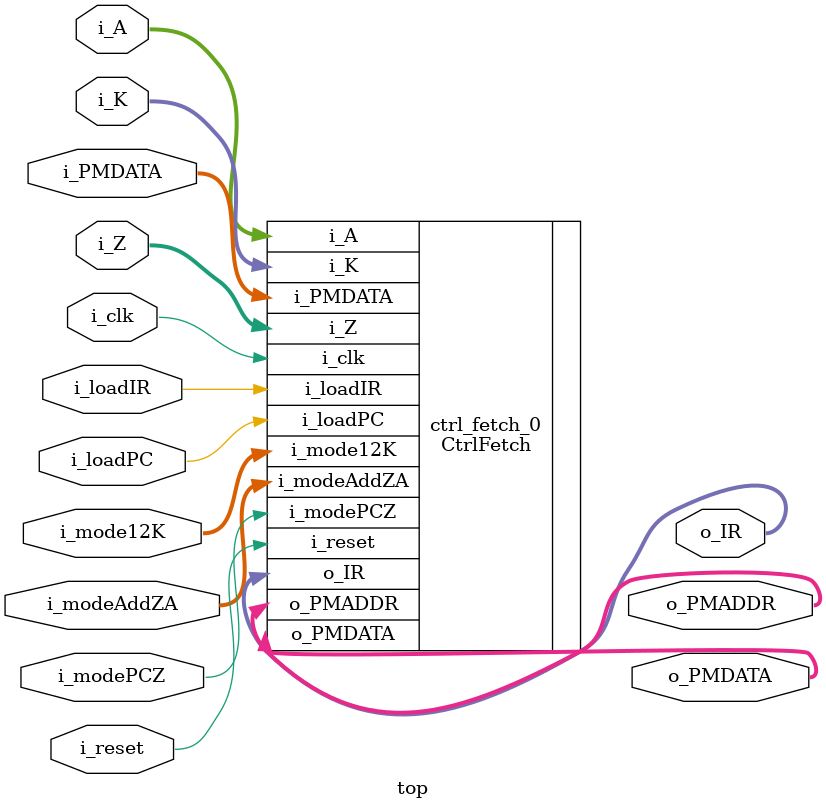
<source format=v>
module top
(
	input wire i_clk,
	input wire i_reset,
	// control path
	input wire[1:0] i_mode12K,
	input wire[1:0] i_modeAddZA,
	input wire i_modePCZ,
	input wire i_loadIR,
	input wire i_loadPC,
	// data path
	input wire[15:0] i_K,
	input wire[15:0] i_A,
	input wire[15:0] i_Z,
	output wire[15:0] o_IR,
	output wire[15:0] o_PMDATA,
	// memory interface
	input wire[15:0] i_PMDATA,
	output wire[15:0] o_PMADDR
);

CtrlFetch ctrl_fetch_0(.i_clk(i_clk), .i_reset(i_reset), 
					.i_mode12K(i_mode12K), .i_modeAddZA(i_modeAddZA), .i_modePCZ(i_modePCZ), .i_loadIR(i_loadIR), .i_loadPC(i_loadPC),
					.i_K(i_K), .i_A(i_A), .i_Z(i_Z), .o_IR(o_IR), .o_PMDATA(o_PMDATA),
					.i_PMDATA(i_PMDATA), .o_PMADDR(o_PMADDR));
					
endmodule
</source>
